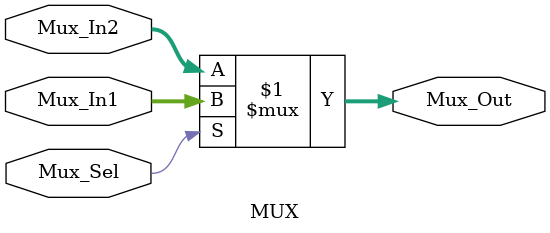
<source format=v>
module MUX(output [1:0] Mux_Out,input 
[1:0] Mux_In1,input [1:0] Mux_In2, input 
Mux_Sel );
assign Mux_Out = (Mux_Sel)? Mux_In1: 
Mux_In2; 
endmodule
</source>
